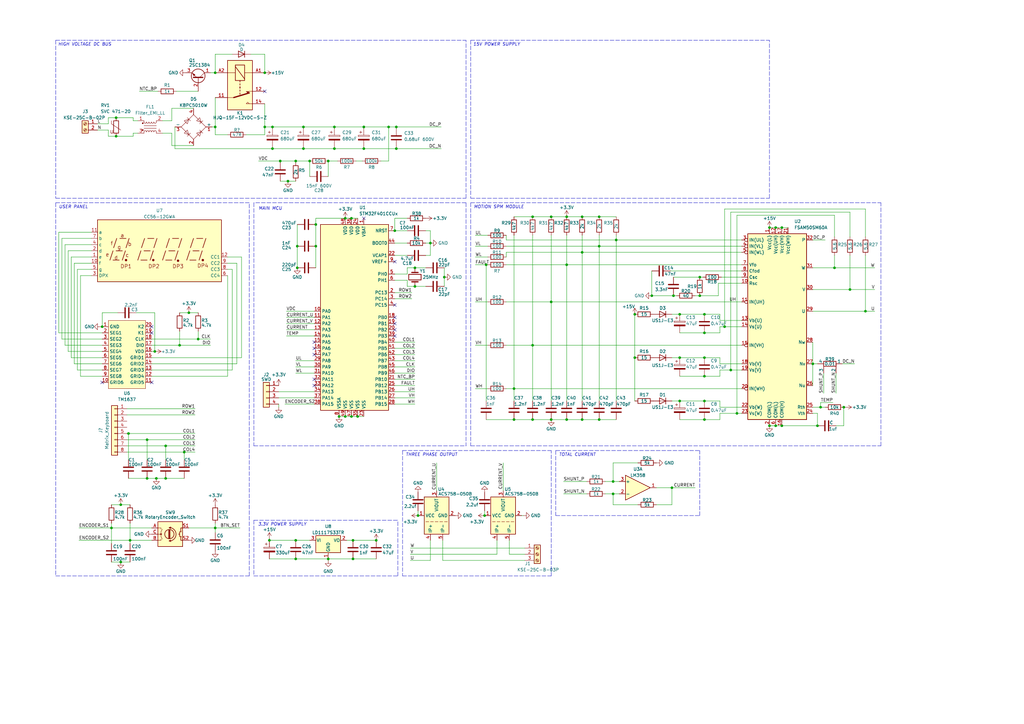
<source format=kicad_sch>
(kicad_sch (version 20211123) (generator eeschema)
  (paper "A3")
  (title_block (title "Преобразователь частоты бытовой 5.5 кВт") (date "2022-08-28") (rev "1.00") (comment 1 "01") (comment 2 "Скукин. Д."))
  (bus_alias "rr" (members "PA8"))
  (junction (at 302.26 169.545))
  (junction (at 210.82 172.085))
  (junction (at 251.46 202.565))
  (junction (at 73.66 141.605))
  (junction (at 315.595 174.625))
  (junction (at 171.45 211.455))
  (junction (at 88.265 52.07))
  (junction (at 127 66.04))
  (junction (at 47.625 55.88))
  (junction (at 176.53 99.695))
  (junction (at 60.325 180.34))
  (junction (at 238.76 88.9))
  (junction (at 139.065 170.815))
  (junction (at 318.135 174.625))
  (junction (at 199.39 108.585))
  (junction (at 288.925 146.685))
  (junction (at 47.625 48.26))
  (junction (at 144.145 89.535))
  (junction (at 144.145 170.815))
  (junction (at 49.53 207.01))
  (junction (at 260.35 146.685))
  (junction (at 318.135 93.345))
  (junction (at 108.585 29.845))
  (junction (at 278.765 128.905))
  (junction (at 108.585 52.07))
  (junction (at 267.335 121.285))
  (junction (at 49.53 230.505))
  (junction (at 149.225 52.07))
  (junction (at 335.28 174.625))
  (junction (at 342.265 109.855))
  (junction (at 121.285 66.04))
  (junction (at 299.72 151.765))
  (junction (at 53.34 221.615))
  (junction (at 63.5 144.145))
  (junction (at 144.78 221.615))
  (junction (at 114.935 66.04))
  (junction (at 162.56 52.07))
  (junction (at 41.91 133.985))
  (junction (at 226.06 172.085))
  (junction (at 210.82 159.385))
  (junction (at 124.46 60.96))
  (junction (at 348.615 118.745))
  (junction (at 226.06 123.825))
  (junction (at 287.02 121.285))
  (junction (at 121.285 229.235))
  (junction (at 110.49 221.615))
  (junction (at 77.47 128.27))
  (junction (at 134.62 229.235))
  (junction (at 320.675 93.345))
  (junction (at 146.685 170.815))
  (junction (at 60.325 196.215))
  (junction (at 276.225 121.285))
  (junction (at 218.44 88.9))
  (junction (at 238.76 103.505))
  (junction (at 232.41 88.9))
  (junction (at 245.745 100.965))
  (junction (at 162.56 60.96))
  (junction (at 288.925 154.305))
  (junction (at 121.285 221.615))
  (junction (at 134.62 66.04))
  (junction (at 137.16 60.96))
  (junction (at 218.44 172.085))
  (junction (at 159.385 52.07))
  (junction (at 232.41 108.585))
  (junction (at 238.76 172.085))
  (junction (at 88.265 29.845))
  (junction (at 315.595 93.345))
  (junction (at 260.35 128.905))
  (junction (at 198.755 211.455))
  (junction (at 137.16 52.07))
  (junction (at 141.605 170.815))
  (junction (at 149.225 60.96))
  (junction (at 88.265 216.535))
  (junction (at 245.745 88.9))
  (junction (at 288.925 128.905))
  (junction (at 170.18 117.475))
  (junction (at 182.245 113.665))
  (junction (at 346.075 167.005))
  (junction (at 45.72 216.535))
  (junction (at 287.02 113.665))
  (junction (at 141.605 89.535))
  (junction (at 121.92 100.965))
  (junction (at 245.745 172.085))
  (junction (at 288.925 172.085))
  (junction (at 170.18 109.855))
  (junction (at 354.965 127.635))
  (junction (at 81.28 139.065))
  (junction (at 144.78 229.235))
  (junction (at 67.945 196.215))
  (junction (at 320.675 174.625))
  (junction (at 336.55 167.005))
  (junction (at 251.46 197.485))
  (junction (at 226.06 88.9))
  (junction (at 288.925 136.525))
  (junction (at 288.925 164.465))
  (junction (at 52.705 177.8))
  (junction (at 124.46 52.07))
  (junction (at 111.76 52.07))
  (junction (at 252.73 98.425))
  (junction (at 218.44 141.605))
  (junction (at 111.76 60.96))
  (junction (at 129.54 92.075))
  (junction (at 275.59 200.025))
  (junction (at 278.765 146.685))
  (junction (at 67.945 182.88))
  (junction (at 154.305 221.615))
  (junction (at 129.54 100.965))
  (junction (at 333.375 149.225))
  (junction (at 278.765 164.465))
  (junction (at 118.11 74.295))
  (junction (at 121.92 109.855))
  (junction (at 64.135 196.215))
  (junction (at 75.565 185.42))
  (junction (at 232.41 172.085))
  (junction (at 161.925 94.615))
  (junction (at 297.18 133.985))
  (no_connect (at 149.225 89.535))
  (no_connect (at 161.925 107.315))
  (no_connect (at 128.905 145.415))
  (no_connect (at 128.905 155.575))
  (no_connect (at 128.905 158.115))
  (no_connect (at 128.905 142.875))
  (no_connect (at 128.905 140.335))
  (no_connect (at 161.925 125.095))
  (no_connect (at 62.23 133.985))
  (no_connect (at 62.23 136.525))
  (no_connect (at 62.23 156.845))
  (no_connect (at 41.91 156.845))
  (no_connect (at 108.585 37.465))
  (no_connect (at 161.925 130.175))
  (no_connect (at 161.925 132.715))
  (no_connect (at 161.925 135.255))
  (no_connect (at 161.925 137.795))
  (wire (pts (xy 67.945 182.88) (xy 80.01 182.88)))
  (wire (pts (xy 88.265 214.63) (xy 88.265 216.535)))
  (wire (pts (xy 29.21 105.41) (xy 29.21 146.685)))
  (wire (pts (xy 134.62 229.87) (xy 134.62 229.235)))
  (polyline (pts (xy 104.14 213.36) (xy 104.14 236.22)))
  (wire (pts (xy 52.705 196.215) (xy 60.325 196.215)))
  (wire (pts (xy 232.41 108.585) (xy 232.41 164.465)))
  (wire (pts (xy 295.275 167.005) (xy 295.275 164.465)))
  (wire (pts (xy 261.62 189.865) (xy 251.46 189.865)))
  (wire (pts (xy 261.62 207.01) (xy 251.46 207.01)))
  (wire (pts (xy 97.155 107.95) (xy 93.345 107.95)))
  (wire (pts (xy 63.5 128.27) (xy 63.5 144.145)))
  (wire (pts (xy 267.335 121.285) (xy 267.335 111.125)))
  (wire (pts (xy 37.465 95.25) (xy 24.13 95.25)))
  (wire (pts (xy 114.3 163.195) (xy 128.905 163.195)))
  (wire (pts (xy 60.325 180.34) (xy 60.325 188.595)))
  (wire (pts (xy 141.605 170.815) (xy 144.145 170.815)))
  (wire (pts (xy 129.54 92.075) (xy 129.54 100.965)))
  (polyline (pts (xy 227.965 211.455) (xy 287.02 211.455)))
  (wire (pts (xy 37.465 100.33) (xy 26.67 100.33)))
  (wire (pts (xy 275.59 128.905) (xy 278.765 128.905)))
  (wire (pts (xy 276.225 113.665) (xy 287.02 113.665)))
  (wire (pts (xy 226.06 123.825) (xy 226.06 164.465)))
  (wire (pts (xy 287.02 113.665) (xy 288.29 113.665)))
  (wire (pts (xy 149.225 60.96) (xy 149.225 60.325)))
  (wire (pts (xy 86.36 29.845) (xy 88.265 29.845)))
  (wire (pts (xy 194.945 159.385) (xy 200.025 159.385)))
  (wire (pts (xy 54.61 55.88) (xy 54.61 54.61)))
  (wire (pts (xy 278.765 146.685) (xy 288.925 146.685)))
  (wire (pts (xy 207.645 96.52) (xy 207.645 98.425)))
  (wire (pts (xy 333.375 118.745) (xy 348.615 118.745)))
  (wire (pts (xy 99.06 146.685) (xy 99.06 105.41)))
  (wire (pts (xy 63.5 144.145) (xy 62.23 144.145)))
  (wire (pts (xy 159.385 66.04) (xy 159.385 52.07)))
  (wire (pts (xy 170.18 109.855) (xy 174.625 109.855)))
  (wire (pts (xy 127 66.04) (xy 127 72.39)))
  (wire (pts (xy 33.02 154.305) (xy 41.91 154.305)))
  (wire (pts (xy 333.375 109.855) (xy 342.265 109.855)))
  (wire (pts (xy 161.925 112.395) (xy 167.005 112.395)))
  (wire (pts (xy 64.135 196.215) (xy 67.945 196.215)))
  (wire (pts (xy 304.165 149.225) (xy 295.275 149.225)))
  (wire (pts (xy 214.63 211.455) (xy 213.995 211.455)))
  (wire (pts (xy 278.765 172.085) (xy 288.925 172.085)))
  (wire (pts (xy 75.565 185.42) (xy 80.01 185.42)))
  (wire (pts (xy 260.35 146.685) (xy 260.35 164.465)))
  (wire (pts (xy 226.06 172.085) (xy 232.41 172.085)))
  (wire (pts (xy 238.76 96.52) (xy 238.76 103.505)))
  (wire (pts (xy 295.275 164.465) (xy 288.925 164.465)))
  (wire (pts (xy 295.275 131.445) (xy 295.275 128.905)))
  (wire (pts (xy 346.075 167.005) (xy 346.075 174.625)))
  (wire (pts (xy 99.06 105.41) (xy 93.345 105.41)))
  (wire (pts (xy 25.4 139.065) (xy 41.91 139.065)))
  (polyline (pts (xy 227.965 184.785) (xy 287.02 184.785)))
  (wire (pts (xy 174.625 104.775) (xy 176.53 104.775)))
  (wire (pts (xy 111.76 52.705) (xy 111.76 52.07)))
  (wire (pts (xy 129.54 100.965) (xy 129.54 109.855)))
  (wire (pts (xy 67.945 196.215) (xy 75.565 196.215)))
  (wire (pts (xy 31.75 110.49) (xy 31.75 151.765)))
  (wire (pts (xy 162.56 60.325) (xy 162.56 60.96)))
  (wire (pts (xy 121.285 229.235) (xy 134.62 229.235)))
  (wire (pts (xy 45.72 216.535) (xy 45.72 222.885)))
  (wire (pts (xy 121.285 66.04) (xy 121.285 66.675)))
  (wire (pts (xy 114.935 66.04) (xy 106.045 66.04)))
  (wire (pts (xy 37.465 105.41) (xy 29.21 105.41)))
  (wire (pts (xy 44.45 50.8) (xy 44.45 48.26)))
  (polyline (pts (xy 104.14 182.88) (xy 191.135 182.88)))
  (wire (pts (xy 31.75 151.765) (xy 41.91 151.765)))
  (wire (pts (xy 226.06 123.825) (xy 304.165 123.825)))
  (wire (pts (xy 118.11 74.295) (xy 121.285 74.295)))
  (wire (pts (xy 144.78 221.615) (xy 154.305 221.615)))
  (wire (pts (xy 41.91 128.27) (xy 41.91 133.985)))
  (wire (pts (xy 121.285 150.495) (xy 128.905 150.495)))
  (wire (pts (xy 27.94 144.145) (xy 41.91 144.145)))
  (wire (pts (xy 121.285 153.035) (xy 128.905 153.035)))
  (wire (pts (xy 232.41 88.9) (xy 238.76 88.9)))
  (wire (pts (xy 167.005 109.855) (xy 170.18 109.855)))
  (wire (pts (xy 167.005 117.475) (xy 170.18 117.475)))
  (wire (pts (xy 108.585 42.545) (xy 108.585 52.07)))
  (polyline (pts (xy 102.235 236.22) (xy 102.235 83.185)))
  (wire (pts (xy 226.06 96.52) (xy 226.06 123.825)))
  (wire (pts (xy 238.76 103.505) (xy 304.165 103.505)))
  (wire (pts (xy 260.35 128.905) (xy 260.35 146.685)))
  (wire (pts (xy 182.245 109.855) (xy 182.245 113.665)))
  (wire (pts (xy 71.755 60.96) (xy 71.755 52.07)))
  (wire (pts (xy 302.26 169.545) (xy 304.165 169.545)))
  (wire (pts (xy 348.615 118.745) (xy 348.615 104.775)))
  (wire (pts (xy 342.265 97.155) (xy 342.265 88.265)))
  (wire (pts (xy 207.645 103.505) (xy 238.76 103.505)))
  (wire (pts (xy 182.245 113.665) (xy 182.245 117.475)))
  (wire (pts (xy 77.47 216.535) (xy 88.265 216.535)))
  (wire (pts (xy 117.475 132.715) (xy 128.905 132.715)))
  (wire (pts (xy 348.615 86.995) (xy 348.615 97.155)))
  (wire (pts (xy 194.945 123.825) (xy 200.025 123.825)))
  (wire (pts (xy 161.925 158.115) (xy 170.18 158.115)))
  (wire (pts (xy 333.375 149.225) (xy 333.375 158.115)))
  (wire (pts (xy 295.275 169.545) (xy 302.26 169.545)))
  (wire (pts (xy 295.275 172.085) (xy 288.925 172.085)))
  (wire (pts (xy 167.005 94.615) (xy 161.925 94.615)))
  (wire (pts (xy 86.995 52.07) (xy 88.265 52.07)))
  (wire (pts (xy 240.665 197.485) (xy 231.14 197.485)))
  (wire (pts (xy 60.325 180.34) (xy 80.01 180.34)))
  (wire (pts (xy 37.465 107.95) (xy 30.48 107.95)))
  (wire (pts (xy 52.07 185.42) (xy 75.565 185.42)))
  (wire (pts (xy 81.28 139.065) (xy 86.36 139.065)))
  (wire (pts (xy 167.005 89.535) (xy 161.925 89.535)))
  (wire (pts (xy 146.685 170.815) (xy 149.225 170.815)))
  (wire (pts (xy 70.485 59.69) (xy 79.375 59.69)))
  (wire (pts (xy 171.45 209.55) (xy 171.45 211.455)))
  (wire (pts (xy 285.115 200.025) (xy 275.59 200.025)))
  (wire (pts (xy 194.945 108.585) (xy 199.39 108.585)))
  (wire (pts (xy 52.07 177.8) (xy 52.705 177.8)))
  (wire (pts (xy 278.765 154.305) (xy 288.925 154.305)))
  (wire (pts (xy 124.46 52.07) (xy 137.16 52.07)))
  (wire (pts (xy 66.675 54.61) (xy 70.485 54.61)))
  (wire (pts (xy 124.46 60.96) (xy 124.46 60.325)))
  (wire (pts (xy 295.275 128.905) (xy 288.925 128.905)))
  (wire (pts (xy 295.275 154.305) (xy 288.925 154.305)))
  (wire (pts (xy 32.385 216.535) (xy 45.72 216.535)))
  (wire (pts (xy 24.13 136.525) (xy 41.91 136.525)))
  (wire (pts (xy 161.925 122.555) (xy 168.91 122.555)))
  (wire (pts (xy 111.76 60.96) (xy 124.46 60.96)))
  (wire (pts (xy 88.265 55.245) (xy 93.345 55.245)))
  (wire (pts (xy 124.46 52.07) (xy 124.46 52.705)))
  (wire (pts (xy 162.56 60.96) (xy 180.975 60.96)))
  (wire (pts (xy 110.49 220.98) (xy 110.49 221.615)))
  (wire (pts (xy 129.54 89.535) (xy 129.54 92.075)))
  (wire (pts (xy 168.275 227.33) (xy 203.835 227.33)))
  (wire (pts (xy 161.925 160.655) (xy 170.18 160.655)))
  (wire (pts (xy 218.44 141.605) (xy 304.165 141.605)))
  (wire (pts (xy 251.46 197.485) (xy 254 197.485)))
  (wire (pts (xy 95.25 151.765) (xy 95.25 110.49)))
  (wire (pts (xy 45.72 216.535) (xy 62.23 216.535)))
  (wire (pts (xy 210.82 159.385) (xy 210.82 164.465)))
  (wire (pts (xy 110.49 229.235) (xy 121.285 229.235)))
  (wire (pts (xy 295.275 146.685) (xy 288.925 146.685)))
  (wire (pts (xy 40.005 50.8) (xy 44.45 50.8)))
  (wire (pts (xy 295.275 169.545) (xy 295.275 172.085)))
  (wire (pts (xy 245.745 96.52) (xy 245.745 100.965)))
  (wire (pts (xy 295.275 151.765) (xy 299.72 151.765)))
  (wire (pts (xy 207.645 123.825) (xy 226.06 123.825)))
  (wire (pts (xy 302.26 88.265) (xy 302.26 169.545)))
  (wire (pts (xy 149.225 52.07) (xy 149.225 52.705)))
  (wire (pts (xy 304.165 167.005) (xy 295.275 167.005)))
  (wire (pts (xy 245.745 100.965) (xy 304.165 100.965)))
  (wire (pts (xy 111.76 52.07) (xy 124.46 52.07)))
  (wire (pts (xy 117.475 130.175) (xy 128.905 130.175)))
  (wire (pts (xy 238.76 88.9) (xy 245.745 88.9)))
  (wire (pts (xy 333.375 98.425) (xy 338.455 98.425)))
  (wire (pts (xy 118.11 74.295) (xy 114.935 74.295)))
  (wire (pts (xy 299.72 151.765) (xy 304.165 151.765)))
  (wire (pts (xy 121.92 92.075) (xy 121.92 100.965)))
  (wire (pts (xy 54.61 48.26) (xy 54.61 49.53)))
  (wire (pts (xy 54.61 49.53) (xy 56.515 49.53)))
  (wire (pts (xy 29.21 146.685) (xy 41.91 146.685)))
  (wire (pts (xy 41.91 128.27) (xy 48.26 128.27)))
  (wire (pts (xy 73.66 128.27) (xy 77.47 128.27)))
  (wire (pts (xy 199.39 108.585) (xy 199.39 164.465)))
  (polyline (pts (xy 104.14 83.185) (xy 104.14 182.88)))
  (wire (pts (xy 295.275 136.525) (xy 288.925 136.525)))
  (wire (pts (xy 167.005 117.475) (xy 167.005 114.935)))
  (polyline (pts (xy 22.86 16.51) (xy 22.86 81.28)))
  (wire (pts (xy 294.64 121.285) (xy 294.64 116.205)))
  (wire (pts (xy 174.625 99.695) (xy 176.53 99.695)))
  (wire (pts (xy 111.76 60.96) (xy 111.76 60.325)))
  (wire (pts (xy 318.135 174.625) (xy 320.675 174.625)))
  (wire (pts (xy 354.965 97.155) (xy 354.965 85.725)))
  (wire (pts (xy 354.965 127.635) (xy 354.965 104.775)))
  (polyline (pts (xy 193.04 16.51) (xy 193.04 81.28)))
  (wire (pts (xy 333.375 167.005) (xy 336.55 167.005)))
  (polyline (pts (xy 104.14 236.22) (xy 163.195 236.22)))
  (wire (pts (xy 276.225 121.285) (xy 277.495 121.285)))
  (wire (pts (xy 318.135 93.345) (xy 320.675 93.345)))
  (wire (pts (xy 245.745 100.965) (xy 245.745 164.465)))
  (wire (pts (xy 33.02 113.03) (xy 33.02 154.305)))
  (wire (pts (xy 333.375 127.635) (xy 354.965 127.635)))
  (wire (pts (xy 198.755 209.55) (xy 198.755 211.455)))
  (wire (pts (xy 295.275 133.985) (xy 295.275 136.525)))
  (polyline (pts (xy 22.86 16.51) (xy 191.135 16.51)))
  (wire (pts (xy 144.145 170.815) (xy 146.685 170.815)))
  (wire (pts (xy 304.165 131.445) (xy 295.275 131.445)))
  (wire (pts (xy 70.485 54.61) (xy 70.485 59.69)))
  (wire (pts (xy 295.275 149.225) (xy 295.275 146.685)))
  (wire (pts (xy 207.645 105.41) (xy 207.645 103.505)))
  (wire (pts (xy 37.465 102.87) (xy 27.94 102.87)))
  (wire (pts (xy 93.345 154.305) (xy 93.345 113.03)))
  (wire (pts (xy 335.28 149.225) (xy 333.375 149.225)))
  (wire (pts (xy 275.59 146.685) (xy 278.765 146.685)))
  (wire (pts (xy 252.73 96.52) (xy 252.73 98.425)))
  (wire (pts (xy 170.18 117.475) (xy 174.625 117.475)))
  (wire (pts (xy 218.44 141.605) (xy 218.44 164.465)))
  (wire (pts (xy 354.965 127.635) (xy 358.775 127.635)))
  (wire (pts (xy 210.82 172.085) (xy 218.44 172.085)))
  (wire (pts (xy 194.945 96.52) (xy 200.025 96.52)))
  (wire (pts (xy 176.53 221.615) (xy 176.53 229.87)))
  (polyline (pts (xy 193.04 16.51) (xy 315.595 16.51)))
  (wire (pts (xy 199.39 108.585) (xy 200.025 108.585)))
  (wire (pts (xy 62.23 154.305) (xy 93.345 154.305)))
  (wire (pts (xy 40.005 53.34) (xy 44.45 53.34)))
  (polyline (pts (xy 165.1 236.22) (xy 226.06 236.22)))
  (wire (pts (xy 210.82 159.385) (xy 304.165 159.385)))
  (wire (pts (xy 315.595 93.345) (xy 318.135 93.345)))
  (wire (pts (xy 149.225 60.96) (xy 162.56 60.96)))
  (wire (pts (xy 142.24 221.615) (xy 144.78 221.615)))
  (wire (pts (xy 70.485 49.53) (xy 70.485 44.45)))
  (wire (pts (xy 346.71 167.005) (xy 346.075 167.005)))
  (wire (pts (xy 144.145 89.535) (xy 146.685 89.535)))
  (wire (pts (xy 275.59 200.025) (xy 275.59 207.01)))
  (wire (pts (xy 194.945 141.605) (xy 200.025 141.605)))
  (wire (pts (xy 117.475 137.795) (xy 128.905 137.795)))
  (wire (pts (xy 161.925 155.575) (xy 170.18 155.575)))
  (wire (pts (xy 252.73 98.425) (xy 252.73 164.465)))
  (wire (pts (xy 176.53 94.615) (xy 176.53 99.695)))
  (wire (pts (xy 26.67 100.33) (xy 26.67 141.605)))
  (wire (pts (xy 49.53 230.505) (xy 53.34 230.505)))
  (wire (pts (xy 88.265 52.07) (xy 88.265 55.245)))
  (polyline (pts (xy 193.04 83.185) (xy 193.04 182.88)))
  (wire (pts (xy 52.07 182.88) (xy 67.945 182.88)))
  (wire (pts (xy 114.3 160.655) (xy 128.905 160.655)))
  (polyline (pts (xy 165.1 184.785) (xy 226.06 184.785)))
  (wire (pts (xy 108.585 29.845) (xy 108.585 22.225)))
  (wire (pts (xy 27.94 102.87) (xy 27.94 144.145)))
  (polyline (pts (xy 22.86 83.185) (xy 102.235 83.185)))
  (wire (pts (xy 26.67 141.605) (xy 41.91 141.605)))
  (wire (pts (xy 278.765 136.525) (xy 288.925 136.525)))
  (wire (pts (xy 60.325 196.215) (xy 64.135 196.215)))
  (wire (pts (xy 77.47 128.27) (xy 81.28 128.27)))
  (wire (pts (xy 53.34 214.63) (xy 53.34 221.615)))
  (wire (pts (xy 53.34 221.615) (xy 62.23 221.615)))
  (wire (pts (xy 336.55 167.005) (xy 336.55 165.1)))
  (wire (pts (xy 141.605 89.535) (xy 129.54 89.535)))
  (wire (pts (xy 295.275 151.765) (xy 295.275 154.305)))
  (wire (pts (xy 207.645 108.585) (xy 232.41 108.585)))
  (wire (pts (xy 121.92 100.965) (xy 121.92 109.855)))
  (wire (pts (xy 275.59 200.025) (xy 269.24 200.025)))
  (wire (pts (xy 47.625 55.88) (xy 54.61 55.88)))
  (wire (pts (xy 67.945 182.88) (xy 67.945 188.595)))
  (wire (pts (xy 144.78 229.235) (xy 154.305 229.235)))
  (wire (pts (xy 240.665 202.565) (xy 231.14 202.565)))
  (wire (pts (xy 207.645 159.385) (xy 210.82 159.385)))
  (wire (pts (xy 108.585 55.245) (xy 108.585 52.07)))
  (wire (pts (xy 45.72 230.505) (xy 49.53 230.505)))
  (wire (pts (xy 176.53 99.695) (xy 176.53 104.775)))
  (wire (pts (xy 206.375 189.865) (xy 206.375 201.295)))
  (wire (pts (xy 287.02 121.285) (xy 294.64 121.285)))
  (wire (pts (xy 179.07 189.865) (xy 179.07 201.295)))
  (wire (pts (xy 342.265 88.265) (xy 302.26 88.265)))
  (wire (pts (xy 207.645 100.965) (xy 245.745 100.965)))
  (wire (pts (xy 137.16 60.96) (xy 137.16 60.325)))
  (wire (pts (xy 161.925 153.035) (xy 170.18 153.035)))
  (polyline (pts (xy 191.135 83.185) (xy 191.135 182.88)))
  (wire (pts (xy 248.285 202.565) (xy 251.46 202.565)))
  (wire (pts (xy 278.765 164.465) (xy 288.925 164.465)))
  (wire (pts (xy 297.18 85.725) (xy 297.18 133.985)))
  (wire (pts (xy 110.49 221.615) (xy 121.285 221.615)))
  (wire (pts (xy 267.335 121.285) (xy 276.225 121.285)))
  (wire (pts (xy 62.23 139.065) (xy 81.28 139.065)))
  (wire (pts (xy 275.59 164.465) (xy 278.765 164.465)))
  (wire (pts (xy 141.605 89.535) (xy 144.145 89.535)))
  (wire (pts (xy 199.39 172.085) (xy 210.82 172.085)))
  (wire (pts (xy 336.55 165.1) (xy 341.63 165.1)))
  (wire (pts (xy 168.275 229.87) (xy 176.53 229.87)))
  (wire (pts (xy 54.61 54.61) (xy 56.515 54.61)))
  (wire (pts (xy 161.925 104.775) (xy 167.005 104.775)))
  (wire (pts (xy 218.44 172.085) (xy 226.06 172.085)))
  (wire (pts (xy 97.155 149.225) (xy 97.155 107.95)))
  (wire (pts (xy 37.465 110.49) (xy 31.75 110.49)))
  (wire (pts (xy 251.46 202.565) (xy 251.46 207.01)))
  (wire (pts (xy 320.675 174.625) (xy 335.28 174.625)))
  (wire (pts (xy 116.84 165.735) (xy 128.905 165.735)))
  (wire (pts (xy 232.41 172.085) (xy 238.76 172.085)))
  (wire (pts (xy 148.59 66.04) (xy 146.05 66.04)))
  (polyline (pts (xy 163.195 236.22) (xy 163.195 213.36)))
  (wire (pts (xy 232.41 108.585) (xy 304.165 108.585)))
  (polyline (pts (xy 22.86 81.28) (xy 191.135 81.28)))
  (wire (pts (xy 95.25 22.225) (xy 88.265 22.225)))
  (wire (pts (xy 251.46 189.865) (xy 251.46 197.485)))
  (wire (pts (xy 88.265 52.07) (xy 88.265 40.005)))
  (polyline (pts (xy 193.04 182.88) (xy 361.315 182.88)))
  (wire (pts (xy 41.275 133.985) (xy 41.91 133.985)))
  (wire (pts (xy 161.925 120.015) (xy 168.91 120.015)))
  (wire (pts (xy 346.075 174.625) (xy 342.9 174.625)))
  (wire (pts (xy 274.955 111.125) (xy 304.165 111.125)))
  (wire (pts (xy 52.07 180.34) (xy 60.325 180.34)))
  (polyline (pts (xy 191.135 81.28) (xy 191.135 16.51)))
  (wire (pts (xy 159.385 52.07) (xy 149.225 52.07)))
  (wire (pts (xy 156.21 66.04) (xy 159.385 66.04)))
  (wire (pts (xy 52.07 170.18) (xy 80.01 170.18)))
  (polyline (pts (xy 165.1 184.785) (xy 165.1 236.22)))
  (wire (pts (xy 114.935 66.04) (xy 114.935 66.675)))
  (polyline (pts (xy 315.595 81.28) (xy 315.595 16.51)))
  (wire (pts (xy 181.61 221.615) (xy 181.61 229.87)))
  (polyline (pts (xy 226.06 236.22) (xy 226.06 184.785)))
  (wire (pts (xy 62.23 151.765) (xy 95.25 151.765)))
  (wire (pts (xy 127 66.04) (xy 121.285 66.04)))
  (wire (pts (xy 162.56 52.07) (xy 180.975 52.07)))
  (wire (pts (xy 181.61 229.87) (xy 215.265 229.87)))
  (wire (pts (xy 295.275 133.985) (xy 297.18 133.985)))
  (wire (pts (xy 47.625 48.26) (xy 54.61 48.26)))
  (wire (pts (xy 63.5 128.27) (xy 55.88 128.27)))
  (wire (pts (xy 251.46 202.565) (xy 254 202.565)))
  (wire (pts (xy 49.53 207.01) (xy 53.34 207.01)))
  (wire (pts (xy 207.645 98.425) (xy 252.73 98.425)))
  (wire (pts (xy 25.4 97.79) (xy 25.4 139.065)))
  (wire (pts (xy 73.66 141.605) (xy 86.36 141.605)))
  (wire (pts (xy 134.62 229.235) (xy 144.78 229.235)))
  (wire (pts (xy 337.82 153.035) (xy 337.82 161.29)))
  (wire (pts (xy 108.585 52.07) (xy 111.76 52.07)))
  (wire (pts (xy 66.675 49.53) (xy 70.485 49.53)))
  (wire (pts (xy 24.13 95.25) (xy 24.13 136.525)))
  (wire (pts (xy 121.285 147.955) (xy 128.905 147.955)))
  (wire (pts (xy 117.475 127.635) (xy 128.905 127.635)))
  (wire (pts (xy 75.565 185.42) (xy 75.565 188.595)))
  (wire (pts (xy 37.465 113.03) (xy 33.02 113.03)))
  (wire (pts (xy 73.66 135.89) (xy 73.66 141.605)))
  (wire (pts (xy 81.28 135.89) (xy 81.28 139.065)))
  (wire (pts (xy 71.755 60.96) (xy 111.76 60.96)))
  (wire (pts (xy 315.595 174.625) (xy 318.135 174.625)))
  (wire (pts (xy 70.485 44.45) (xy 79.375 44.45)))
  (wire (pts (xy 167.005 109.855) (xy 167.005 112.395)))
  (wire (pts (xy 62.23 149.225) (xy 97.155 149.225)))
  (wire (pts (xy 45.72 214.63) (xy 45.72 216.535)))
  (wire (pts (xy 88.265 216.535) (xy 88.265 218.44)))
  (wire (pts (xy 342.265 109.855) (xy 358.775 109.855)))
  (wire (pts (xy 194.945 100.965) (xy 200.025 100.965)))
  (wire (pts (xy 168.275 224.79) (xy 215.265 224.79)))
  (wire (pts (xy 278.765 128.905) (xy 288.925 128.905)))
  (polyline (pts (xy 227.965 184.785) (xy 227.965 211.455)))
  (wire (pts (xy 245.745 172.085) (xy 252.73 172.085)))
  (wire (pts (xy 232.41 96.52) (xy 232.41 108.585)))
  (wire (pts (xy 161.925 150.495) (xy 170.18 150.495)))
  (wire (pts (xy 161.925 99.695) (xy 167.005 99.695)))
  (wire (pts (xy 297.18 85.725) (xy 354.965 85.725)))
  (polyline (pts (xy 22.86 83.185) (xy 22.86 236.22)))
  (polyline (pts (xy 191.135 83.185) (xy 104.14 83.185)))
  (wire (pts (xy 62.23 141.605) (xy 73.66 141.605)))
  (wire (pts (xy 248.285 197.485) (xy 251.46 197.485)))
  (wire (pts (xy 335.28 169.545) (xy 335.28 174.625)))
  (wire (pts (xy 299.72 86.995) (xy 299.72 151.765)))
  (wire (pts (xy 161.925 114.935) (xy 167.005 114.935)))
  (wire (pts (xy 226.06 88.9) (xy 232.41 88.9)))
  (wire (pts (xy 45.72 207.01) (xy 49.53 207.01)))
  (wire (pts (xy 141.605 170.815) (xy 139.065 170.815)))
  (wire (pts (xy 174.625 94.615) (xy 176.53 94.615)))
  (wire (pts (xy 137.16 52.07) (xy 137.16 52.705)))
  (wire (pts (xy 44.45 55.88) (xy 47.625 55.88)))
  (wire (pts (xy 218.44 88.9) (xy 210.82 88.9)))
  (wire (pts (xy 121.285 66.04) (xy 114.935 66.04)))
  (wire (pts (xy 134.62 66.04) (xy 134.62 72.39)))
  (wire (pts (xy 245.745 88.9) (xy 252.73 88.9)))
  (wire (pts (xy 208.915 221.615) (xy 208.915 227.33)))
  (wire (pts (xy 252.73 98.425) (xy 304.165 98.425)))
  (wire (pts (xy 299.72 86.995) (xy 348.615 86.995)))
  (wire (pts (xy 285.115 121.285) (xy 287.02 121.285)))
  (wire (pts (xy 203.835 227.33) (xy 203.835 221.615)))
  (wire (pts (xy 53.34 221.615) (xy 53.34 222.885)))
  (wire (pts (xy 114.3 167.005) (xy 114.3 165.735)))
  (wire (pts (xy 161.925 140.335) (xy 170.18 140.335)))
  (polyline (pts (xy 193.04 83.185) (xy 361.315 83.185)))
  (wire (pts (xy 30.48 107.95) (xy 30.48 149.225)))
  (wire (pts (xy 52.705 177.8) (xy 80.01 177.8)))
  (wire (pts (xy 108.585 22.225) (xy 102.87 22.225)))
  (wire (pts (xy 342.9 153.035) (xy 342.9 161.29)))
  (polyline (pts (xy 361.315 182.88) (xy 361.315 83.185)))
  (wire (pts (xy 218.44 88.9) (xy 226.06 88.9)))
  (wire (pts (xy 52.705 177.8) (xy 52.705 188.595)))
  (wire (pts (xy 269.24 207.01) (xy 275.59 207.01)))
  (wire (pts (xy 121.285 221.615) (xy 127 221.615)))
  (wire (pts (xy 208.915 227.33) (xy 215.265 227.33)))
  (wire (pts (xy 32.385 221.615) (xy 53.34 221.615)))
  (wire (pts (xy 161.925 89.535) (xy 161.925 94.615)))
  (wire (pts (xy 294.64 116.205) (xy 304.165 116.205)))
  (wire (pts (xy 238.76 103.505) (xy 238.76 164.465)))
  (wire (pts (xy 333.375 140.335) (xy 333.375 149.225)))
  (polyline (pts (xy 104.14 213.36) (xy 163.195 213.36)))
  (wire (pts (xy 342.265 104.775) (xy 342.265 109.855)))
  (wire (pts (xy 161.925 147.955) (xy 170.18 147.955)))
  (wire (pts (xy 161.925 163.195) (xy 170.18 163.195)))
  (polyline (pts (xy 193.04 81.28) (xy 315.595 81.28)))
  (wire (pts (xy 52.07 167.64) (xy 80.01 167.64)))
  (wire (pts (xy 210.82 96.52) (xy 210.82 159.385)))
  (wire (pts (xy 137.16 52.07) (xy 149.225 52.07)))
  (wire (pts (xy 304.165 133.985) (xy 297.18 133.985)))
  (wire (pts (xy 88.265 22.225) (xy 88.265 29.845)))
  (wire (pts (xy 161.925 142.875) (xy 170.18 142.875)))
  (wire (pts (xy 44.45 48.26) (xy 47.625 48.26)))
  (wire (pts (xy 138.43 66.04) (xy 134.62 66.04)))
  (wire (pts (xy 88.265 216.535) (xy 98.425 216.535)))
  (wire (pts (xy 117.475 135.255) (xy 128.905 135.255)))
  (polyline (pts (xy 22.86 236.22) (xy 102.235 236.22)))
  (wire (pts (xy 57.15 37.465) (xy 64.77 37.465)))
  (wire (pts (xy 95.25 110.49) (xy 93.345 110.49)))
  (wire (pts (xy 348.615 118.745) (xy 358.775 118.745)))
  (wire (pts (xy 336.55 167.005) (xy 338.455 167.005)))
  (wire (pts (xy 320.675 93.345) (xy 323.215 93.345)))
  (wire (pts (xy 137.16 60.96) (xy 149.225 60.96)))
  (wire (pts (xy 194.945 105.41) (xy 200.025 105.41)))
  (wire (pts (xy 62.23 146.685) (xy 99.06 146.685)))
  (wire (pts (xy 37.465 97.79) (xy 25.4 97.79)))
  (wire (pts (xy 238.76 172.085) (xy 245.745 172.085)))
  (wire (pts (xy 335.28 169.545) (xy 333.375 169.545)))
  (wire (pts (xy 159.385 52.07) (xy 162.56 52.07)))
  (wire (pts (xy 72.39 37.465) (xy 81.28 37.465)))
  (wire (pts (xy 100.965 55.245) (xy 108.585 55.245)))
  (wire (pts (xy 218.44 96.52) (xy 218.44 141.605)))
  (wire (pts (xy 161.925 165.735) (xy 170.18 165.735)))
  (wire (pts (xy 30.48 149.225) (xy 41.91 149.225)))
  (wire (pts (xy 161.925 145.415) (xy 170.18 145.415)))
  (wire (pts (xy 162.56 52.07) (xy 162.56 52.705)))
  (wire (pts (xy 295.91 113.665) (xy 304.165 113.665)))
  (wire (pts (xy 124.46 60.96) (xy 137.16 60.96)))
  (wire (pts (xy 207.645 141.605) (xy 218.44 141.605)))
  (wire (pts (xy 345.44 149.225) (xy 350.52 149.225)))
  (wire (pts (xy 44.45 53.34) (xy 44.45 55.88)))
  (polyline (pts (xy 287.02 211.455) (xy 287.02 184.785)))
  (text "MAIN MCU" (at 106.045 86.36 0) (effects (font (size 1.27 1.27) italic) (justify left bottom)))
  (text "MOTION SPM MODULE" (at 194.31 85.725 0) (effects (font (size 1.27 1.27) italic) (justify left bottom)))
  (text "3.3V POWER SUPPLY" (at 125.73 215.9 180) (effects (font (size 1.27 1.27) italic) (justify right bottom)))
  (text "TOTAL CURRENT" (at 229.235 187.325 0) (effects (font (size 1.27 1.27) italic) (justify left bottom)))
  (text "15V POWER SUPPLY" (at 213.36 19.05 180) (effects (font (size 1.27 1.27) italic) (justify right bottom)))
  (text "USER PANEL" (at 24.13 85.725 0) (effects (font (size 1.27 1.27) italic) (justify left bottom)))
  (text "THREE PHASE OUTPUT" (at 166.37 187.325 0) (effects (font (size 1.27 1.27) italic) (justify left bottom)))
  (text "HIGH VOLTAGE DC BUS" (at 45.72 19.05 180) (effects (font (size 1.27 1.27) italic) (justify right bottom)))
  (label "WL" (at 121.285 153.035 0))
  (label "VL" (at 194.945 100.965 0))
  (label "DC_P" (at 180.975 52.07 180))
  (label "V" (at 358.775 118.745 180))
  (label "FAULT" (at 194.945 108.585 0))
  (label "L" (at 40.005 50.8 0))
  (label "NTC_BP" (at 170.18 155.575 180))
  (label "SHUNT_N" (at 342.9 161.29 90))
  (label "ENCODER_S2" (at 116.84 165.735 0))
  (label "CURRENT_U" (at 179.07 189.865 270))
  (label "VH" (at 194.945 141.605 0))
  (label "BTN_SET" (at 98.425 216.535 180))
  (label "ROW1" (at 168.91 120.015 180))
  (label "CLK" (at 86.36 139.065 180))
  (label "CURRENT" (at 117.475 135.255 0))
  (label "ROW2" (at 80.01 170.18 180))
  (label "DC_P" (at 338.455 98.425 180))
  (label "DIO" (at 86.36 141.605 180))
  (label "UH" (at 194.945 123.825 0))
  (label "COL4" (at 170.18 147.955 180))
  (label "WL" (at 194.945 105.41 0))
  (label "COL3" (at 80.01 182.88 180))
  (label "UL" (at 121.285 147.955 0))
  (label "UH" (at 170.18 160.655 180))
  (label "WH" (at 170.18 165.735 180))
  (label "COL1" (at 170.18 140.335 180))
  (label "VDC" (at 117.475 127.635 0))
  (label "VDC" (at 106.045 66.04 0))
  (label "SHUNT_P" (at 231.14 197.485 0))
  (label "COL3" (at 170.18 145.415 180))
  (label "ENCODER_S2" (at 32.385 221.615 0))
  (label "COL1" (at 80.01 177.8 180))
  (label "NTC_BP" (at 57.15 37.465 0))
  (label "SHUNT_P" (at 337.82 161.29 90))
  (label "DIO" (at 170.18 153.035 180))
  (label "CURRENT_V" (at 117.475 132.715 0))
  (label "U" (at 358.775 127.635 180))
  (label "FAULT" (at 170.18 158.115 180))
  (label "UL" (at 194.945 96.52 0))
  (label "TEMP" (at 341.63 165.1 180))
  (label "ROW1" (at 80.01 167.64 180))
  (label "CURRENT_V" (at 206.375 189.865 270))
  (label "SHUNT_N" (at 231.14 202.565 0))
  (label "N" (at 40.005 53.34 0))
  (label "CLK" (at 170.18 150.495 180))
  (label "DC_N" (at 350.52 149.225 180))
  (label "ROW2" (at 168.91 122.555 180))
  (label "W" (at 168.275 224.79 0))
  (label "CURRENT_U" (at 117.475 130.175 0))
  (label "DC_N" (at 180.975 60.96 180))
  (label "COL2" (at 170.18 142.875 180))
  (label "TEMP" (at 117.475 137.795 0))
  (label "W" (at 358.775 109.855 180))
  (label "ENCODER_S1" (at 32.385 216.535 0))
  (label "U" (at 168.275 229.87 0))
  (label "VL" (at 121.285 150.495 0))
  (label "VH" (at 170.18 163.195 180))
  (label "V" (at 168.275 227.33 0))
  (label "COL2" (at 80.01 180.34 180))
  (label "CURRENT" (at 285.115 200.025 180))
  (label "COL4" (at 80.01 185.42 180))
  (label "WH" (at 194.945 159.385 0))
  (label "UH" (at 299.085 123.825 0))
  (symbol (lib_id "Relay:RAYEX-L90S") (at 98.425 34.925 270) (unit 1)
    (property "Reference" "K1" (at 98.425 46.355 90))
    (property "Value" "HJQ-15F-12VDC-S-Z" (at 98.425 48.26 90))
    (property "Footprint" "Relay_THT:Relay_SPDT_RAYEX-L90S" (effects hide))
    (property "Datasheet" "https://a3.sofastcdn.com/attachment/7jioKBjnRiiSrjrjknRiwS77gwbf3zmp/L90-SERIES.pdf" (effects hide))
  )
  (symbol (lib_id "Device:C") (at 162.56 56.515 0) (unit 1)
    (property "Reference" "C33" (at 165.735 54.61 0) (effects (justify left)))
    (property "Value" "0.68uF 600V" (at 165.735 57.15 0) (effects (justify left)))
  )
  (symbol (lib_id "Device:C") (at 88.265 222.25 0) (unit 1)
    (property "Reference" "C6" (at 88.9 219.71 0) (effects (justify left)))
    (property "Value" "100nF" (at 88.9 224.79 0) (effects (justify left)))
  )
  (symbol (lib_id "Device:D") (at 271.78 164.465 180) (unit 1)
    (property "Reference" "D1" (at 271.78 161.925 0))
    (property "Value" "US1J-E3" (at 271.78 167.005 0))
  )
  (symbol (lib_id "Device:D") (at 271.78 128.905 180) (unit 1)
    (property "Reference" "D3" (at 271.78 126.365 0))
    (property "Value" "US1J-E3" (at 271.78 131.445 0))
  )
  (symbol (lib_id "power:+3.3V") (at 171.45 211.455 90) (unit 1)
    (property "Reference" "#PWR0114" (effects hide))
    (property "Value" "+3.3V" (at 168.275 213.995 90))
  )
  (symbol (lib_id "Device:C") (at 75.565 192.405 0) (unit 1)
    (property "Reference" "C5" (at 75.565 188.595 0) (effects (justify left)))
    (property "Value" "100nF" (at 75.565 190.5 0) (effects (justify left)))
  )
  (symbol (lib_id "Device:R") (at 68.58 37.465 90) (unit 1)
    (property "Reference" "R1" (at 68.58 34.925 90))
    (property "Value" "1k" (at 68.58 37.465 90))
  )
  (symbol (lib_id "power:GND") (at 198.755 201.93 180) (unit 1)
    (property "Reference" "#PWR?" (effects hide))
    (property "Value" "GND" (at 198.755 198.12 0))
  )
  (symbol (lib_id "Device:C") (at 271.145 111.125 270) (unit 1)
    (property "Reference" "C14" (at 274.32 109.855 90))
    (property "Value" "47nF" (at 274.955 112.395 90))
  )
  (symbol (lib_id "power:GND") (at 77.47 221.615 90) (unit 1)
    (property "Reference" "#PWR07" (effects hide))
    (property "Value" "GND" (at 81.915 221.615 90))
  )
  (symbol (lib_id "Device:R") (at 203.835 100.965 90) (unit 1)
    (property "Reference" "R10" (at 203.835 99.06 90))
    (property "Value" "100" (at 203.835 100.965 90))
  )
  (symbol (lib_id "Connector_Generic:Conn_01x04") (at 109.22 160.655 0) (mirror y) (unit 1)
    (property "Reference" "J2" (at 109.22 153.67 0))
    (property "Value" "SWD" (at 109.22 155.575 0))
    (property "Footprint" "Connector_PinHeader_2.54mm:PinHeader_1x04_P2.54mm_Vertical" (effects hide))
  )
  (symbol (lib_id "Amplifier_Operational:LM358") (at 261.62 200.025 0) (unit 1)
    (property "Reference" "U3" (at 261.62 192.405 0))
    (property "Value" "LM358" (at 261.62 194.945 0))
    (property "Datasheet" "http://www.ti.com/lit/ds/symlink/lm2904-n.pdf" (effects hide))
  )
  (symbol (lib_id "Device:R") (at 152.4 66.04 270) (mirror x) (unit 1)
    (property "Reference" "R8" (at 152.4 68.58 90))
    (property "Value" "100k" (at 152.4 66.04 90))
  )
  (symbol (lib_id "Device:R") (at 73.66 132.08 0) (unit 1)
    (property "Reference" "R2" (at 74.93 131.445 0) (effects (justify left)))
    (property "Value" "4.7k" (at 74.93 133.35 0) (effects (justify left)))
  )
  (symbol (lib_id "Device:C") (at 52.07 128.27 90) (unit 1)
    (property "Reference" "C3" (at 56.515 127 90) (effects (justify left)))
    (property "Value" "2.2nF" (at 56.515 125.095 90) (effects (justify left)))
  )
  (symbol (lib_id "power:GND") (at 118.11 74.295 0) (mirror y) (unit 1)
    (property "Reference" "#PWR019" (effects hide))
    (property "Value" "GND" (at 118.11 78.105 0))
  )
  (symbol (lib_id "power:GND") (at 226.06 172.085 0) (unit 1)
    (property "Reference" "#PWR023" (effects hide))
    (property "Value" "GND" (at 226.06 175.895 0))
  )
  (symbol (lib_id "Device:R") (at 292.1 113.665 270) (unit 1)
    (property "Reference" "R18" (at 292.1 115.57 90))
    (property "Value" "100" (at 292.1 113.665 90))
  )
  (symbol (lib_id "Device:C") (at 276.225 117.475 0) (unit 1)
    (property "Reference" "C15" (at 268.605 116.205 0) (effects (justify left)))
    (property "Value" "3.3nF" (at 268.605 118.745 0) (effects (justify left)))
  )
  (symbol (lib_id "Device:C_Polarized") (at 124.46 56.515 0) (unit 1)
    (property "Reference" "C27" (at 127.635 54.3559 0) (effects (justify left)))
    (property "Value" "680uF" (at 127.635 56.8959 0) (effects (justify left)))
  )
  (symbol (lib_id "Device:C") (at 144.78 225.425 0) (unit 1)
    (property "Reference" "C30" (at 147.32 224.155 0) (effects (justify left)))
    (property "Value" "1nF" (at 147.32 226.695 0) (effects (justify left)))
  )
  (symbol (lib_id "power:GND") (at 41.275 133.985 270) (unit 1)
    (property "Reference" "#PWR04" (effects hide))
    (property "Value" "GND" (at 38.735 133.985 90) (effects (justify right)))
  )
  (symbol (lib_id "Device:C_Polarized") (at 278.765 168.275 0) (unit 1)
    (property "Reference" "C11" (at 281.305 165.735 0) (effects (justify left)))
    (property "Value" "47uF" (at 281.305 168.275 0) (effects (justify left)))
  )
  (symbol (lib_id "power:GND") (at 134.62 229.87 0) (unit 1)
    (property "Reference" "#PWR021" (effects hide))
    (property "Value" "GND" (at 134.62 234.315 0))
  )
  (symbol (lib_id "Device:C") (at 125.73 92.075 270) (unit 1)
    (property "Reference" "C23" (at 115.57 93.345 90) (effects (justify left)))
    (property "Value" "470uF" (at 115.57 91.44 90) (effects (justify left)))
  )
  (symbol (lib_id "Device:R") (at 264.16 146.685 270) (unit 1)
    (property "Reference" "R16" (at 264.16 144.145 90))
    (property "Value" "15" (at 264.16 146.685 90))
  )
  (symbol (lib_id "Device:C") (at 67.945 192.405 0) (unit 1)
    (property "Reference" "C4" (at 67.945 188.595 0) (effects (justify left)))
    (property "Value" "100nF" (at 67.945 190.5 0) (effects (justify left)))
  )
  (symbol (lib_id "Device:D") (at 271.78 146.685 180) (unit 1)
    (property "Reference" "D2" (at 271.78 144.145 0))
    (property "Value" "US1J-E3" (at 271.78 149.86 0))
  )
  (symbol (lib_id "Connector:Screw_Terminal_01x02") (at 34.925 50.8 0) (mirror y) (unit 1)
    (property "Reference" "J3" (at 36.195 45.72 0) (effects (justify left)))
    (property "Value" "KSE-25C-B-02P" (at 43.18 48.26 0) (effects (justify left)))
  )
  (symbol (lib_id "power:GND") (at 64.135 196.215 0) (unit 1)
    (property "Reference" "#PWR01" (effects hide))
    (property "Value" "GND" (at 64.135 200.025 0))
  )
  (symbol (lib_id "Device:R") (at 218.44 92.71 0) (mirror y) (unit 1)
    (property "Reference" "R30" (at 217.17 91.44 0) (effects (justify left)))
    (property "Value" "4k7" (at 218.44 94.615 90) (effects (justify left)))
  )
  (symbol (lib_id "Sensor_Current:ACS758xCB-050B-PFF") (at 179.07 211.455 90) (unit 1)
    (property "Reference" "U4" (at 180.975 200.66 90))
    (property "Value" "ACS758-050B" (at 186.69 202.565 90))
    (property "Footprint" "Sensor_Current:Allegro_CB_PFF" (effects hide))
    (property "Datasheet" "http://www.allegromicro.com/~/media/Files/Datasheets/ACS758-Datasheet.ashx?la=en" (effects hide))
  )
  (symbol (lib_id "Device:R") (at 142.24 66.04 270) (mirror x) (unit 1)
    (property "Reference" "R7" (at 142.24 68.58 90))
    (property "Value" "100k" (at 142.24 66.04 90))
  )
  (symbol (lib_id "Device:C") (at 226.06 168.275 0) (unit 1)
    (property "Reference" "C39" (at 226.06 163.195 0) (effects (justify left)))
    (property "Value" "1.2nF" (at 226.06 165.735 0) (effects (justify left)))
  )
  (symbol (lib_id "Device:R") (at 264.16 164.465 270) (unit 1)
    (property "Reference" "R17" (at 264.16 161.925 90))
    (property "Value" "15" (at 264.16 164.465 90))
  )
  (symbol (lib_id "power:GND") (at 114.3 167.005 0) (unit 1)
    (property "Reference" "#PWR013" (effects hide))
    (property "Value" "GND" (at 114.3 170.815 0))
  )
  (symbol (lib_id "Device:C") (at 245.745 168.275 0) (unit 1)
    (property "Reference" "C42" (at 245.745 163.195 0) (effects (justify left)))
    (property "Value" "470pF" (at 245.745 165.735 0) (effects (justify left)))
  )
  (symbol (lib_id "power:GND") (at 186.69 211.455 90) (unit 1)
    (property "Reference" "#PWR0116" (effects hide))
    (property "Value" "GND" (at 191.77 211.455 90))
  )
  (symbol (lib_id "Device:R") (at 281.305 121.285 270) (unit 1)
    (property "Reference" "R20" (at 281.305 119.38 90))
    (property "Value" "40" (at 281.305 121.285 90))
  )
  (symbol (lib_id "Device:D") (at 99.06 22.225 0) (mirror y) (unit 1)
    (property "Reference" "D4" (at 99.06 18.415 0))
    (property "Value" "D" (at 99.06 20.32 0))
  )
  (symbol (lib_id "Device:R") (at 232.41 92.71 0) (mirror y) (unit 1)
    (property "Reference" "R32" (at 231.14 91.44 0) (effects (justify left)))
    (property "Value" "4k7" (at 232.41 94.615 90) (effects (justify left)))
  )
  (symbol (lib_id "Device:C") (at 53.34 226.695 0) (unit 1)
    (property "Reference" "C20" (at 53.975 224.155 0) (effects (justify left)))
    (property "Value" "100nF" (at 53.975 229.235 0) (effects (justify left)))
  )
  (symbol (lib_id "Device:R") (at 245.745 92.71 0) (mirror y) (unit 1)
    (property "Reference" "R34" (at 244.475 91.44 0) (effects (justify left)))
    (property "Value" "2k" (at 245.745 93.98 90) (effects (justify left)))
  )
  (symbol (lib_id "Display_Character:CC56-12GWA") (at 65.405 102.87 0) (unit 1)
    (property "Reference" "U7" (at 65.405 86.36 0))
    (property "Value" "CC56-12GWA" (at 65.405 88.9 0))
    (property "Footprint" "Display_7Segment:CC56-12GWA" (effects hide))
    (property "Datasheet" "http://www.kingbrightusa.com/images/catalog/SPEC/CC56-12GWA.pdf" (effects hide))
  )
  (symbol (lib_id "Device:C") (at 170.815 94.615 90) (mirror x) (unit 1)
    (property "Reference" "C?" (at 165.1 91.44 90))
    (property "Value" "100nF" (at 167.005 93.345 90))
  )
  (symbol (lib_id "Device:R_Shunt") (at 340.36 149.225 270) (unit 1)
    (property "Reference" "R39" (at 340.36 147.32 90))
    (property "Value" "0.01" (at 340.36 149.225 90))
  )
  (symbol (lib_id "Device:C") (at 288.925 168.275 0) (unit 1)
    (property "Reference" "C8" (at 291.465 165.735 0) (effects (justify left)))
    (property "Value" "0.47uF" (at 291.465 168.275 0) (effects (justify left)))
  )
  (symbol (lib_id "Device:C_Polarized") (at 149.225 56.515 0) (unit 1)
    (property "Reference" "C31" (at 152.4 54.3559 0) (effects (justify left)))
    (property "Value" "680uF" (at 152.4 56.8959 0) (effects (justify left)))
  )
  (symbol (lib_id "Device:C") (at 218.44 168.275 0) (unit 1)
    (property "Reference" "C38" (at 218.44 163.195 0) (effects (justify left)))
    (property "Value" "1.2nF" (at 218.44 165.735 0) (effects (justify left)))
  )
  (symbol (lib_id "Device:R") (at 81.28 132.08 0) (unit 1)
    (property "Reference" "R3" (at 82.55 131.445 0) (effects (justify left)))
    (property "Value" "4.7k" (at 82.55 133.35 0) (effects (justify left)))
  )
  (symbol (lib_id "Connector_Generic:Conn_01x08") (at 46.99 175.26 0) (mirror y) (unit 1)
    (property "Reference" "J?" (at 41.275 176.53 90))
    (property "Value" "Matrix_Keyboard" (at 43.815 176.53 90))
    (property "Footprint" "Connector_PinHeader_2.54mm:PinHeader_1x08_P2.54mm_Vertical" (effects hide))
  )
  (symbol (lib_id "Device:C") (at 178.435 117.475 270) (unit 1)
    (property "Reference" "C17" (at 181.61 118.745 90))
    (property "Value" "22pF" (at 182.245 120.65 90))
  )
  (symbol (lib_id "Transistor_BJT:BC337") (at 81.28 32.385 270) (mirror x) (unit 1)
    (property "Reference" "Q1" (at 77.47 24.765 90) (effects (justify left)))
    (property "Value" "2SC1384" (at 77.47 26.67 90) (effects (justify left)))
    (property "Footprint" "Package_TO_SOT_THT:TO-92_Inline" (effects hide))
    (property "Datasheet" "https://diotec.com/tl_files/diotec/files/pdf/datasheets/bc337.pdf" (effects hide))
  )
  (symbol (lib_id "power:GND") (at 182.245 113.665 90) (unit 1)
    (property "Reference" "#PWR0108" (effects hide))
    (property "Value" "GND" (at 185.42 113.665 90) (effects (justify right)))
  )
  (symbol (lib_id "power:GND") (at 88.265 226.06 0) (unit 1)
    (property "Reference" "#PWR014" (effects hide))
    (property "Value" "GND" (at 88.265 229.87 0))
  )
  (symbol (lib_id "Device:C") (at 52.705 192.405 0) (unit 1)
    (property "Reference" "C1" (at 52.705 188.595 0) (effects (justify left)))
    (property "Value" "100nF" (at 52.705 190.5 0) (effects (justify left)))
  )
  (symbol (lib_id "Device:Filter_EMI_LL") (at 61.595 52.07 0) (unit 1)
    (property "Reference" "FL1" (at 61.595 43.815 0))
    (property "Value" "Filter_EMI_LL" (at 61.595 46.355 0))
  )
  (symbol (lib_id "power:GND") (at 62.23 219.075 270) (unit 1)
    (property "Reference" "#PWR05" (effects hide))
    (property "Value" "GND" (at 59.055 219.0749 90) (effects (justify right)))
  )
  (symbol (lib_id "Device:C") (at 210.82 168.275 0) (unit 1)
    (property "Reference" "C37" (at 210.82 163.195 0) (effects (justify left)))
    (property "Value" "1.2nF" (at 210.82 165.735 0) (effects (justify left)))
  )
  (symbol (lib_id "Device:C") (at 154.305 225.425 0) (unit 1)
    (property "Reference" "C32" (at 156.845 224.155 0) (effects (justify left)))
    (property "Value" "47uF" (at 156.845 226.695 0) (effects (justify left)))
  )
  (symbol (lib_id "Device:C") (at 238.76 168.275 0) (unit 1)
    (property "Reference" "C41" (at 238.76 163.195 0) (effects (justify left)))
    (property "Value" "470pF" (at 238.76 165.735 0) (effects (justify left)))
  )
  (symbol (lib_id "power:+15V") (at 108.585 29.845 270) (unit 1)
    (property "Reference" "#PWR015" (effects hide))
    (property "Value" "+15V" (at 111.125 29.845 90) (effects (justify left)))
  )
  (symbol (lib_id "Device:R") (at 238.76 92.71 0) (mirror y) (unit 1)
    (property "Reference" "R33" (at 237.49 91.44 0) (effects (justify left)))
    (property "Value" "2k" (at 238.76 93.98 90) (effects (justify left)))
  )
  (symbol (lib_id "Device:RotaryEncoder_Switch") (at 69.85 219.075 0) (unit 1)
    (property "Reference" "SW9" (at 69.85 210.185 0))
    (property "Value" "RotaryEncoder_Switch" (at 69.85 212.09 0))
    (property "Footprint" "Rotary_Encoder:RotaryEncoder_Alps_EC11E-Switch_Vertical_H20mm" (effects hide))
  )
  (symbol (lib_id "Device:C") (at 288.925 150.495 0) (unit 1)
    (property "Reference" "C9" (at 291.465 147.955 0) (effects (justify left)))
    (property "Value" "0.47uF" (at 291.465 150.495 0) (effects (justify left)))
  )
  (symbol (lib_id "power:+15V") (at 110.49 220.98 0) (unit 1)
    (property "Reference" "#PWR016" (effects hide))
    (property "Value" "+15V" (at 110.49 217.17 0))
  )
  (symbol (lib_id "Device:R") (at 265.43 207.01 90) (mirror x) (unit 1)
    (property "Reference" "R23" (at 265.43 205.105 90))
    (property "Value" "5k" (at 265.43 207.01 90))
  )
  (symbol (lib_id "power:+3.3V") (at 141.605 89.535 0) (unit 1)
    (property "Reference" "#PWR0107" (effects hide))
    (property "Value" "+3.3V" (at 141.605 85.725 0))
  )
  (symbol (lib_id "Sensor_Current:ACS758xCB-050B-PFF") (at 206.375 211.455 90) (unit 1)
    (property "Reference" "U5" (at 208.28 200.66 90))
    (property "Value" "ACS758-050B" (at 213.995 202.565 90))
    (property "Footprint" "Sensor_Current:Allegro_CB_PFF" (effects hide))
    (property "Datasheet" "http://www.allegromicro.com/~/media/Files/Datasheets/ACS758-Datasheet.ashx?la=en" (effects hide))
  )
  (symbol (lib_id "power:+3.3V") (at 346.71 167.005 270) (unit 1)
    (property "Reference" "#PWR0109" (effects hide))
    (property "Value" "+3.3V" (at 352.425 167.005 90))
  )
  (symbol (lib_id "Device:C") (at 60.325 192.405 0) (unit 1)
    (property "Reference" "C2" (at 60.325 188.595 0) (effects (justify left)))
    (property "Value" "100nF" (at 60.325 190.5 0) (effects (justify left)))
  )
  (symbol (lib_id "Device:R") (at 203.835 159.385 90) (unit 1)
    (property "Reference" "R14" (at 203.835 157.48 90))
    (property "Value" "100" (at 203.835 159.385 90))
  )
  (symbol (lib_id "power:GND") (at 176.53 99.695 90) (unit 1)
    (property "Reference" "#PWR0101" (effects hide))
    (property "Value" "GND" (at 179.705 99.695 90) (effects (justify right)))
  )
  (symbol (lib_id "power:+3.3V") (at 114.3 158.115 0) (unit 1)
    (property "Reference" "#PWR018" (effects hide))
    (property "Value" "+3.3V" (at 114.3 153.67 0))
  )
  (symbol (lib_id "Device:R") (at 265.43 189.865 90) (mirror x) (unit 1)
    (property "Reference" "R24" (at 265.43 187.96 90))
    (property "Value" "5k" (at 265.43 189.865 90))
  )
  (symbol (lib_id "MCU_ST_STM32F4:STM32F401CCUx") (at 144.145 130.175 0) (mirror y) (unit 1)
    (property "Reference" "U1" (at 147.32 85.09 0) (effects (justify right)))
    (property "Value" "STM32F401CCUx" (at 147.32 87.63 0) (effects (justify right)))
    (property "Footprint" "Package_DFN_QFN:QFN-48-1EP_7x7mm_P0.5mm_EP5.6x5.6mm" (effects hide))
    (property "Datasheet" "http://www.st.com/st-web-ui/static/active/en/resource/technical/document/datasheet/DM00086815.pdf" (effects hide))
  )
  (symbol (lib_id "Device:R") (at 342.265 100.965 0) (unit 1)
    (property "Reference" "R25" (at 343.535 100.33 0) (effects (justify left)))
    (property "Value" "5.6" (at 342.4309 102.5733 90) (effects (justify left)))
  )
  (symbol (lib_id "Device:R") (at 203.835 108.585 90) (unit 1)
    (property "Reference" "R?" (at 203.835 111.125 90))
    (property "Value" "100" (at 203.835 108.585 90))
  )
  (symbol (lib_id "power:+3.3V") (at 63.5 144.145 270) (unit 1)
    (property "Reference" "#PWR06" (effects hide))
    (property "Value" "+3.3V" (at 66.04 144.145 90) (effects (justify left)))
  )
  (symbol (lib_id "Device:C") (at 199.39 168.275 0) (unit 1)
    (property "Reference" "C36" (at 199.39 163.195 0) (effects (justify left)))
    (property "Value" "1nF" (at 199.39 165.735 0) (effects (justify left)))
  )
  (symbol (lib_id "Device:R") (at 252.73 92.71 0) (mirror y) (unit 1)
    (property "Reference" "R35" (at 251.46 91.44 0) (effects (justify left)))
    (property "Value" "2k" (at 252.73 93.98 90) (effects (justify left)))
  )
  (symbol (lib_id "Device:C_Polarized") (at 137.16 56.515 0) (unit 1)
    (property "Reference" "C29" (at 140.335 54.3559 0) (effects (justify left)))
    (property "Value" "680uF" (at 140.335 56.8959 0) (effects (justify left)))
  )
  (symbol (lib_id "power:GND") (at 214.63 211.455 90) (unit 1)
    (property "Reference" "#PWR0115" (effects hide))
    (property "Value" "GND" (at 219.71 211.455 90))
  )
  (symbol (lib_id "power:GND") (at 76.2 29.845 270) (unit 1)
    (property "Reference" "#PWR08" (effects hide))
    (property "Value" "GND" (at 71.12 29.845 90))
  )
  (symbol (lib_id "Device:C") (at 45.72 226.695 0) (unit 1)
    (property "Reference" "C19" (at 46.355 224.155 0) (effects (justify left)))
    (property "Value" "100nF" (at 46.355 229.235 0) (effects (justify left)))
  )
  (symbol (lib_id "Device:C_Polarized") (at 278.765 150.495 0) (unit 1)
    (property "Reference" "C12" (at 281.305 147.955 0) (effects (justify left)))
    (property "Value" "47uF" (at 281.305 150.495 0) (effects (justify left)))
  )
  (symbol (lib_id "Device:C") (at 252.73 168.275 0) (unit 1)
    (property "Reference" "C43" (at 252.73 163.195 0) (effects (justify left)))
    (property "Value" "470pF" (at 252.73 165.735 0) (effects (justify left)))
  )
  (symbol (lib_id "power:+3.3V") (at 88.265 207.01 0) (unit 1)
    (property "Reference" "#PWR09" (effects hide))
    (property "Value" "+3.3V" (at 88.265 203.2 0))
  )
  (symbol (lib_id "Device:R") (at 121.285 70.485 0) (mirror y) (unit 1)
    (property "Reference" "R5" (at 125.095 69.85 0) (effects (justify left)))
    (property "Value" "2k" (at 121.285 71.755 90) (effects (justify left)))
  )
  (symbol (lib_id "power:+3.3V") (at 49.53 207.01 0) (unit 1)
    (property "Reference" "#PWR02" (effects hide))
    (property "Value" "+3.3V" (at 49.53 203.2 0))
  )
  (symbol (lib_id "Device:C") (at 125.73 109.855 270) (unit 1)
    (property "Reference" "C25" (at 115.57 110.49 90) (effects (justify left)))
    (property "Value" "220pF" (at 115.57 108.585 90) (effects (justify left)))
  )
  (symbol (lib_id "Device:Crystal") (at 170.18 113.665 270) (unit 1)
    (property "Reference" "Y1" (at 172.085 111.125 90) (effects (justify left)))
    (property "Value" "25MHz" (at 173.355 113.665 90) (effects (justify left)))
  )
  (symbol (lib_id "SevenSegment Display:TM1637") (at 52.07 145.415 0) (unit 1)
    (property "Reference" "U6" (at 52.07 161.29 0))
    (property "Value" "TM1637" (at 52.07 163.83 0))
  )
  (symbol (lib_id "power:+3.3V") (at 198.755 211.455 90) (unit 1)
    (property "Reference" "#PWR0117" (effects hide))
    (property "Value" "+3.3V" (at 195.58 213.995 90))
  )
  (symbol (lib_id "Device:R") (at 342.265 167.005 270) (unit 1)
    (property "Reference" "R40" (at 342.265 169.545 90))
    (property "Value" "10k" (at 342.265 167.005 90))
  )
  (symbol (lib_id "Device:C") (at 170.815 104.775 90) (mirror x) (unit 1)
    (property "Reference" "C18" (at 167.005 107.95 90))
    (property "Value" "4.7uF" (at 167.005 106.045 90))
  )
  (symbol (lib_id "power:+15V") (at 315.595 93.345 0) (unit 1)
    (property "Reference" "#PWR0105" (effects hide))
    (property "Value" "+15V" (at 315.595 89.535 0))
  )
  (symbol (lib_id "power:GND") (at 315.595 174.625 0) (unit 1)
    (property "Reference" "#PWR0106" (effects hide))
    (property "Value" "GND" (at 315.595 178.435 0))
  )
  (symbol (lib_id "Regulator_Linear:LD1117S33TR_SOT223") (at 134.62 221.615 0) (unit 1)
    (property "Reference" "U8" (at 134.62 215.9 0))
    (property "Value" "LD1117S33TR" (at 134.62 218.44 0))
    (property "Footprint" "Package_TO_SOT_SMD:SOT-223-3_TabPin2" (effects hide))
    (property "Datasheet" "http://www.st.com/st-web-ui/static/active/en/resource/technical/document/datasheet/CD00000544.pdf" (effects hide))
  )
  (symbol (lib_id "power:GND") (at 49.53 230.505 0) (unit 1)
    (property "Reference" "#PWR03" (effects hide))
    (property "Value" "GND" (at 49.53 234.315 0))
  )
  (symbol (lib_id "power:GND") (at 171.45 201.93 180) (unit 1)
    (property "Reference" "#PWR?" (effects hide))
    (property "Value" "GND" (at 171.45 198.12 0))
  )
  (symbol (lib_id "Device:R") (at 45.72 210.82 0) (unit 1)
    (property "Reference" "R28" (at 46.99 210.185 0) (effects (justify left)))
    (property "Value" "4.7k" (at 46.99 212.09 0) (effects (justify left)))
  )
  (symbol (lib_id "Device:R") (at 130.81 66.04 270) (mirror x) (unit 1)
    (property "Reference" "R6" (at 130.81 68.58 90))
    (property "Value" "50k" (at 130.81 66.04 90))
  )
  (symbol (lib_id "Device:R") (at 210.82 92.71 0) (mirror y) (unit 1)
    (property "Reference" "R29" (at 209.55 91.44 0) (effects (justify left)))
    (property "Value" "4k7" (at 210.82 94.615 90) (effects (justify left)))
  )
  (symbol (lib_id "Device:C_Polarized") (at 111.76 56.515 0) (unit 1)
    (property "Reference" "C21" (at 114.935 54.3559 0) (effects (justify left)))
    (property "Value" "680uF" (at 114.935 56.8959 0) (effects (justify left)))
  )
  (symbol (lib_id "Device:R") (at 53.34 210.82 0) (unit 1)
    (property "Reference" "R36" (at 54.61 210.185 0) (effects (justify left)))
    (property "Value" "4.7k" (at 54.61 212.09 0) (effects (justify left)))
  )
  (symbol (lib_id "Device:C") (at 125.73 100.965 270) (unit 1)
    (property "Reference" "C24" (at 115.57 101.6 90) (effects (justify left)))
    (property "Value" "1nF" (at 115.57 99.695 90) (effects (justify left)))
  )
  (symbol (lib_id "power:GND") (at 121.92 109.855 0) (unit 1)
    (property "Reference" "#PWR0102" (effects hide))
    (property "Value" "GND" (at 121.92 113.665 0))
  )
  (symbol (lib_id "Device:R") (at 203.835 96.52 90) (unit 1)
    (property "Reference" "R9" (at 203.835 94.615 90))
    (property "Value" "100" (at 203.835 96.52 90))
  )
  (symbol (lib_id "power:GND") (at 269.24 189.865 90) (mirror x) (unit 1)
    (property "Reference" "#PWR0118" (effects hide))
    (property "Value" "GND" (at 272.415 189.865 90) (effects (justify right)))
  )
  (symbol (lib_id "Device:C") (at 171.45 205.74 0) (mirror y) (unit 1)
    (property "Reference" "C34" (at 170.18 203.835 0) (effects (justify left)))
    (property "Value" "2.2uf" (at 170.815 207.645 0) (effects (justify left)))
  )
  (symbol (lib_id "Device:R") (at 348.615 100.965 0) (unit 1)
    (property "Reference" "R26" (at 349.885 100.33 0) (effects (justify left)))
    (property "Value" "5.6" (at 348.726 102.5733 90) (effects (justify left)))
  )
  (symbol (lib_id "Device:R") (at 97.155 55.245 270) (mirror x) (unit 1)
    (property "Reference" "R?" (at 95.885 53.34 90) (effects (justify left)))
    (property "Value" "47R" (at 95.25 55.245 90) (effects (justify left)))
  )
  (symbol (lib_id "Device:C_Polarized") (at 278.765 132.715 0) (unit 1)
    (property "Reference" "C13" (at 281.305 130.175 0) (effects (justify left)))
    (property "Value" "47uF" (at 281.305 132.715 0) (effects (justify left)))
  )
  (symbol (lib_id "Device:R") (at 203.835 141.605 90) (unit 1)
    (property "Reference" "R13" (at 203.835 139.7 90))
    (property "Value" "100" (at 203.835 141.605 90))
  )
  (symbol (lib_id "Device:R") (at 170.815 99.695 270) (mirror x) (unit 1)
    (property "Reference" "R4" (at 169.545 97.79 90) (effects (justify left)))
    (property "Value" "10k" (at 168.91 99.695 90) (effects (justify left)))
  )
  (symbol (lib_id "Device:C_Polarized") (at 110.49 225.425 0) (unit 1)
    (property "Reference" "C7" (at 113.03 224.155 0) (effects (justify left)))
    (property "Value" "330uF" (at 113.03 226.695 0) (effects (justify left)))
  )
  (symbol (lib_id "power:+3.3V") (at 77.47 128.27 0) (unit 1)
    (property "Reference" "#PWR012" (effects hide))
    (property "Value" "+3.3V" (at 77.47 124.46 0))
  )
  (symbol (lib_id "Device:R") (at 203.835 105.41 90) (unit 1)
    (property "Reference" "R11" (at 203.835 103.505 90))
    (property "Value" "100" (at 203.835 105.41 90))
  )
  (symbol (lib_id "Device:R") (at 354.965 100.965 0) (unit 1)
    (property "Reference" "R27" (at 356.235 100.33 0) (effects (justify left)))
    (property "Value" "5.6" (at 355.1165 102.5733 90) (effects (justify left)))
  )
  (symbol (lib_id "Device:R") (at 203.835 123.825 90) (unit 1)
    (property "Reference" "R12" (at 203.835 121.92 90))
    (property "Value" "100" (at 203.835 123.825 90))
  )
  (symbol (lib_id "Device:R") (at 170.815 89.535 270) (unit 1)
    (property "Reference" "R38" (at 168.91 87.63 90) (effects (justify left)))
    (property "Value" "1k" (at 169.545 89.535 90) (effects (justify left)))
  )
  (symbol (lib_id "power:+3.3V") (at 174.625 89.535 270) (unit 1)
    (property "Reference" "#PWR0104" (effects hide))
    (property "Value" "+3.3V" (at 180.34 89.535 90))
  )
  (symbol (lib_id "Device:C") (at 121.285 225.425 0) (unit 1)
    (property "Reference" "C26" (at 123.825 224.155 0) (effects (justify left)))
    (property "Value" "47nF" (at 123.825 226.695 0) (effects (justify left)))
  )
  (symbol (lib_id "Diode_Bridge:VS-KBPC810") (at 79.375 52.07 0) (unit 1)
    (property "Reference" "D5" (at 79.375 40.64 0))
    (property "Value" "KBPC5010W" (at 79.375 43.18 0))
    (property "Footprint" "Diode_THT:Diode_Bridge_Vishay_KBPC6" (effects hide))
    (property "Datasheet" "http://www.vishay.com/docs/93586/kbpc8series.pdf" (effects hide))
  )
  (symbol (lib_id "Device:R") (at 244.475 197.485 90) (mirror x) (unit 1)
    (property "Reference" "R21" (at 246.38 195.58 90) (effects (justify left)))
    (property "Value" "1k" (at 245.745 197.485 90) (effects (justify left)))
  )
  (symbol (lib_id "Device:R") (at 88.265 210.82 0) (unit 1)
    (property "Reference" "R37" (at 89.535 210.185 0) (effects (justify left)))
    (property "Value" "4.7k" (at 89.535 212.09 0) (effects (justify left)))
  )
  (symbol (lib_id "power:+3.3V") (at 232.41 88.9 0) (mirror y) (unit 1)
    (property "Reference" "#PWR024" (effects hide))
    (property "Value" "+3.3V" (at 232.41 85.09 0))
  )
  (symbol (lib_id "Device:C") (at 288.925 132.715 0) (unit 1)
    (property "Reference" "C10" (at 291.465 130.175 0) (effects (justify left)))
    (property "Value" "0.47uF" (at 291.465 132.715 0) (effects (justify left)))
  )
  (symbol (lib_id "power:+15V") (at 260.35 128.905 0) (unit 1)
    (property "Reference" "#PWR0112" (effects hide))
    (property "Value" "+15V" (at 257.81 125.73 0))
  )
  (symbol (lib_id "SPWM Module:FSAM50SM60A") (at 318.135 114.935 0) (unit 1)
    (property "Reference" "U2" (at 325.755 90.805 0) (effects (justify left)))
    (property "Value" "FSAM50SM60A" (at 325.755 93.345 0) (effects (justify left)))
  )
  (symbol (lib_id "power:+3.3V") (at 154.305 221.615 0) (unit 1)
    (property "Reference" "#PWR022" (effects hide))
    (property "Value" "+3.3V" (at 154.305 217.805 0))
  )
  (symbol (lib_id "Device:C") (at 339.09 174.625 270) (unit 1)
    (property "Reference" "1uf" (at 341.63 175.895 90))
    (property "Value" "C" (at 340.995 173.355 90))
  )
  (symbol (lib_id "Device:C") (at 198.755 205.74 0) (mirror y) (unit 1)
    (property "Reference" "C35" (at 196.215 204.47 0) (effects (justify left)))
    (property "Value" "2.2uf" (at 196.215 207.01 0) (effects (justify left)))
  )
  (symbol (lib_id "Device:R") (at 226.06 92.71 0) (mirror y) (unit 1)
    (property "Reference" "R31" (at 224.79 91.44 0) (effects (justify left)))
    (property "Value" "4k7" (at 226.06 94.615 90) (effects (justify left)))
  )
  (symbol (lib_id "power:GND") (at 267.335 121.285 270) (unit 1)
    (property "Reference" "#PWR0110" (effects hide))
    (property "Value" "GND" (at 262.255 121.285 90))
  )
  (symbol (lib_id "Device:R") (at 287.02 117.475 0) (unit 1)
    (property "Reference" "R19" (at 283.845 117.475 0))
    (property "Value" "1k" (at 287.02 117.475 90))
  )
  (symbol (lib_id "Device:R") (at 244.475 202.565 90) (mirror x) (unit 1)
    (property "Reference" "R22" (at 246.38 200.66 90) (effects (justify left)))
    (property "Value" "1k" (at 245.745 202.565 90) (effects (justify left)))
  )
  (symbol (lib_id "Device:C") (at 232.41 168.275 0) (unit 1)
    (property "Reference" "C40" (at 232.41 163.195 0) (effects (justify left)))
    (property "Value" "1nF" (at 232.41 165.735 0) (effects (justify left)))
  )
  (symbol (lib_id "Device:Varistor") (at 47.625 52.07 0) (unit 1)
    (property "Reference" "RV1" (at 41.275 43.18 0) (effects (justify left)))
    (property "Value" "SVC 471-20" (at 41.275 45.72 0) (effects (justify left)))
  )
  (symbol (lib_id "power:GND") (at 139.065 170.815 0) (unit 1)
    (property "Reference" "#PWR0103" (effects hide))
    (property "Value" "GND" (at 139.065 174.625 0))
  )
  (symbol (lib_id "Device:C") (at 178.435 109.855 270) (unit 1)
    (property "Reference" "C16" (at 181.61 106.68 90))
    (property "Value" "22pF" (at 182.245 108.585 90))
  )
  (symbol (lib_id "Device:C") (at 130.81 72.39 90) (mirror x) (unit 1)
    (property "Reference" "C28" (at 130.81 78.105 90))
    (property "Value" "15nF 600V" (at 130.81 76.2 90))
  )
  (symbol (lib_id "Device:R") (at 264.16 128.905 270) (unit 1)
    (property "Reference" "R15" (at 264.16 126.365 90))
    (property "Value" "15" (at 264.16 128.905 90))
  )
  (symbol (lib_id "Connector:Screw_Terminal_01x03") (at 220.345 227.33 0) (unit 1)
    (property "Reference" "J1" (at 215.265 231.14 0) (effects (justify left)))
    (property "Value" "KSE-25C-B-03P" (at 212.09 233.68 0) (effects (justify left)))
  )
  (symbol (lib_id "Device:C") (at 114.935 70.485 0) (mirror y) (unit 1)
    (property "Reference" "C22" (at 112.395 69.215 0) (effects (justify left)))
    (property "Value" "47nF" (at 112.395 71.755 0) (effects (justify left)))
  )
)
</source>
